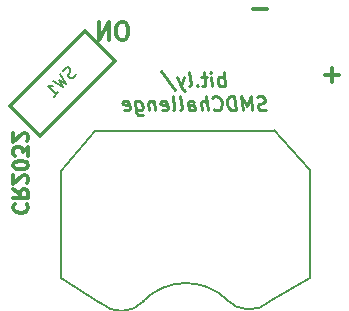
<source format=gbo>
G04 #@! TF.FileFunction,Legend,Bot*
%FSLAX46Y46*%
G04 Gerber Fmt 4.6, Leading zero omitted, Abs format (unit mm)*
G04 Created by KiCad (PCBNEW 4.0.7) date 09/05/18 21:08:50*
%MOMM*%
%LPD*%
G01*
G04 APERTURE LIST*
%ADD10C,0.100000*%
%ADD11C,0.300000*%
%ADD12C,0.250000*%
%ADD13C,0.150000*%
%ADD14C,0.304800*%
G04 APERTURE END LIST*
D10*
D11*
X215201428Y-78339143D02*
X214058571Y-78339143D01*
X221297428Y-83927143D02*
X220154571Y-83927143D01*
X220726000Y-84498571D02*
X220726000Y-83355714D01*
X203112572Y-79442571D02*
X202826858Y-79442571D01*
X202684000Y-79514000D01*
X202541143Y-79656857D01*
X202469715Y-79942571D01*
X202469715Y-80442571D01*
X202541143Y-80728286D01*
X202684000Y-80871143D01*
X202826858Y-80942571D01*
X203112572Y-80942571D01*
X203255429Y-80871143D01*
X203398286Y-80728286D01*
X203469715Y-80442571D01*
X203469715Y-79942571D01*
X203398286Y-79656857D01*
X203255429Y-79514000D01*
X203112572Y-79442571D01*
X201826857Y-80942571D02*
X201826857Y-79442571D01*
X200969714Y-80942571D01*
X200969714Y-79442571D01*
D12*
X211681286Y-84861857D02*
X211531286Y-83661857D01*
X211588429Y-84119000D02*
X211467000Y-84061857D01*
X211238429Y-84061857D01*
X211131286Y-84119000D01*
X211081286Y-84176143D01*
X211038429Y-84290429D01*
X211081286Y-84633286D01*
X211152714Y-84747571D01*
X211217000Y-84804714D01*
X211338429Y-84861857D01*
X211567000Y-84861857D01*
X211674143Y-84804714D01*
X210595572Y-84861857D02*
X210495572Y-84061857D01*
X210445572Y-83661857D02*
X210509858Y-83719000D01*
X210459858Y-83776143D01*
X210395572Y-83719000D01*
X210445572Y-83661857D01*
X210459858Y-83776143D01*
X210095571Y-84061857D02*
X209638428Y-84061857D01*
X209874143Y-83661857D02*
X210002715Y-84690429D01*
X209959857Y-84804714D01*
X209852714Y-84861857D01*
X209738428Y-84861857D01*
X209324143Y-84747571D02*
X209274143Y-84804714D01*
X209338429Y-84861857D01*
X209388429Y-84804714D01*
X209324143Y-84747571D01*
X209338429Y-84861857D01*
X208595571Y-84861857D02*
X208702714Y-84804714D01*
X208745572Y-84690429D01*
X208617000Y-83661857D01*
X208152714Y-84061857D02*
X207967000Y-84861857D01*
X207581286Y-84061857D02*
X207967000Y-84861857D01*
X208117000Y-85147571D01*
X208181286Y-85204714D01*
X208302714Y-85261857D01*
X206209857Y-83604714D02*
X207431285Y-85147571D01*
X215159856Y-86854714D02*
X214995570Y-86911857D01*
X214709856Y-86911857D01*
X214588427Y-86854714D01*
X214524141Y-86797571D01*
X214452713Y-86683286D01*
X214438427Y-86569000D01*
X214481284Y-86454714D01*
X214531284Y-86397571D01*
X214638428Y-86340429D01*
X214859856Y-86283286D01*
X214966999Y-86226143D01*
X215016999Y-86169000D01*
X215059856Y-86054714D01*
X215045571Y-85940429D01*
X214974142Y-85826143D01*
X214909856Y-85769000D01*
X214788427Y-85711857D01*
X214502713Y-85711857D01*
X214338427Y-85769000D01*
X213966999Y-86911857D02*
X213816999Y-85711857D01*
X213524142Y-86569000D01*
X213016999Y-85711857D01*
X213166999Y-86911857D01*
X212595570Y-86911857D02*
X212445570Y-85711857D01*
X212159855Y-85711857D01*
X211995570Y-85769000D01*
X211895570Y-85883286D01*
X211852712Y-85997571D01*
X211824141Y-86226143D01*
X211845569Y-86397571D01*
X211931284Y-86626143D01*
X212002713Y-86740429D01*
X212131284Y-86854714D01*
X212309855Y-86911857D01*
X212595570Y-86911857D01*
X210695569Y-86797571D02*
X210759855Y-86854714D01*
X210938427Y-86911857D01*
X211052713Y-86911857D01*
X211216998Y-86854714D01*
X211316999Y-86740429D01*
X211359856Y-86626143D01*
X211388427Y-86397571D01*
X211366999Y-86226143D01*
X211281284Y-85997571D01*
X211209856Y-85883286D01*
X211081284Y-85769000D01*
X210902713Y-85711857D01*
X210788427Y-85711857D01*
X210624141Y-85769000D01*
X210574141Y-85826143D01*
X210195570Y-86911857D02*
X210045570Y-85711857D01*
X209681284Y-86911857D02*
X209602713Y-86283286D01*
X209645570Y-86169000D01*
X209752713Y-86111857D01*
X209924141Y-86111857D01*
X210045570Y-86169000D01*
X210109856Y-86226143D01*
X208595570Y-86911857D02*
X208516999Y-86283286D01*
X208559856Y-86169000D01*
X208666999Y-86111857D01*
X208895570Y-86111857D01*
X209016999Y-86169000D01*
X208588427Y-86854714D02*
X208709856Y-86911857D01*
X208995570Y-86911857D01*
X209102713Y-86854714D01*
X209145571Y-86740429D01*
X209131285Y-86626143D01*
X209059856Y-86511857D01*
X208938427Y-86454714D01*
X208652713Y-86454714D01*
X208531284Y-86397571D01*
X207852713Y-86911857D02*
X207959856Y-86854714D01*
X208002714Y-86740429D01*
X207874142Y-85711857D01*
X207224142Y-86911857D02*
X207331285Y-86854714D01*
X207374143Y-86740429D01*
X207245571Y-85711857D01*
X206302714Y-86854714D02*
X206424143Y-86911857D01*
X206652714Y-86911857D01*
X206759857Y-86854714D01*
X206802715Y-86740429D01*
X206745572Y-86283286D01*
X206674143Y-86169000D01*
X206552714Y-86111857D01*
X206324143Y-86111857D01*
X206217000Y-86169000D01*
X206174143Y-86283286D01*
X206188428Y-86397571D01*
X206774143Y-86511857D01*
X205638429Y-86111857D02*
X205738429Y-86911857D01*
X205652715Y-86226143D02*
X205588429Y-86169000D01*
X205467000Y-86111857D01*
X205295572Y-86111857D01*
X205188429Y-86169000D01*
X205145572Y-86283286D01*
X205224143Y-86911857D01*
X204038429Y-86111857D02*
X204159858Y-87083286D01*
X204231286Y-87197571D01*
X204295572Y-87254714D01*
X204417000Y-87311857D01*
X204588429Y-87311857D01*
X204695572Y-87254714D01*
X204131286Y-86854714D02*
X204252715Y-86911857D01*
X204481286Y-86911857D01*
X204588429Y-86854714D01*
X204638429Y-86797571D01*
X204681287Y-86683286D01*
X204638430Y-86340429D01*
X204567001Y-86226143D01*
X204502715Y-86169000D01*
X204381286Y-86111857D01*
X204152715Y-86111857D01*
X204045572Y-86169000D01*
X203102715Y-86854714D02*
X203224144Y-86911857D01*
X203452715Y-86911857D01*
X203559858Y-86854714D01*
X203602716Y-86740429D01*
X203545573Y-86283286D01*
X203474144Y-86169000D01*
X203352715Y-86111857D01*
X203124144Y-86111857D01*
X203017001Y-86169000D01*
X202974144Y-86283286D01*
X202988429Y-86397571D01*
X203574144Y-86511857D01*
D11*
X193863571Y-94821047D02*
X193804048Y-94880571D01*
X193744524Y-95059142D01*
X193744524Y-95178190D01*
X193804048Y-95356762D01*
X193923095Y-95475809D01*
X194042143Y-95535333D01*
X194280238Y-95594857D01*
X194458810Y-95594857D01*
X194696905Y-95535333D01*
X194815952Y-95475809D01*
X194935000Y-95356762D01*
X194994524Y-95178190D01*
X194994524Y-95059142D01*
X194935000Y-94880571D01*
X194875476Y-94821047D01*
X193744524Y-93571047D02*
X194339762Y-93987714D01*
X193744524Y-94285333D02*
X194994524Y-94285333D01*
X194994524Y-93809142D01*
X194935000Y-93690095D01*
X194875476Y-93630571D01*
X194756429Y-93571047D01*
X194577857Y-93571047D01*
X194458810Y-93630571D01*
X194399286Y-93690095D01*
X194339762Y-93809142D01*
X194339762Y-94285333D01*
X194875476Y-93094857D02*
X194935000Y-93035333D01*
X194994524Y-92916285D01*
X194994524Y-92618666D01*
X194935000Y-92499619D01*
X194875476Y-92440095D01*
X194756429Y-92380571D01*
X194637381Y-92380571D01*
X194458810Y-92440095D01*
X193744524Y-93154381D01*
X193744524Y-92380571D01*
X194994524Y-91606762D02*
X194994524Y-91487714D01*
X194935000Y-91368666D01*
X194875476Y-91309143D01*
X194756429Y-91249619D01*
X194518333Y-91190095D01*
X194220714Y-91190095D01*
X193982619Y-91249619D01*
X193863571Y-91309143D01*
X193804048Y-91368666D01*
X193744524Y-91487714D01*
X193744524Y-91606762D01*
X193804048Y-91725809D01*
X193863571Y-91785333D01*
X193982619Y-91844857D01*
X194220714Y-91904381D01*
X194518333Y-91904381D01*
X194756429Y-91844857D01*
X194875476Y-91785333D01*
X194935000Y-91725809D01*
X194994524Y-91606762D01*
X194994524Y-90773429D02*
X194994524Y-89999619D01*
X194518333Y-90416286D01*
X194518333Y-90237714D01*
X194458810Y-90118667D01*
X194399286Y-90059143D01*
X194280238Y-89999619D01*
X193982619Y-89999619D01*
X193863571Y-90059143D01*
X193804048Y-90118667D01*
X193744524Y-90237714D01*
X193744524Y-90594857D01*
X193804048Y-90713905D01*
X193863571Y-90773429D01*
X194875476Y-89523429D02*
X194935000Y-89463905D01*
X194994524Y-89344857D01*
X194994524Y-89047238D01*
X194935000Y-88928191D01*
X194875476Y-88868667D01*
X194756429Y-88809143D01*
X194637381Y-88809143D01*
X194458810Y-88868667D01*
X193744524Y-89582953D01*
X193744524Y-88809143D01*
D13*
X215455500Y-103060500D02*
X218821000Y-101092000D01*
X201104500Y-103187500D02*
X197739000Y-101092000D01*
X215480900Y-103060500D02*
G75*
G02X211797900Y-102933500I-1778000J1905000D01*
G01*
X204774800Y-103060500D02*
G75*
G02X201091800Y-103187500I-1905000J1778000D01*
G01*
X204724000Y-103060500D02*
G75*
G02X211836000Y-102933500I3619500J-3492500D01*
G01*
X200660000Y-88646000D02*
X197739000Y-92011500D01*
X218821000Y-91948000D02*
X215836500Y-88582500D01*
X215900000Y-88646000D02*
X200660000Y-88646000D01*
X218821000Y-101092000D02*
X218821000Y-91948000D01*
X197739000Y-101092000D02*
X197739000Y-91948000D01*
D14*
X193463328Y-86543289D02*
X199827289Y-80179328D01*
X202372874Y-82724913D02*
X199827289Y-80179328D01*
X196008913Y-89088874D02*
X193463328Y-86543289D01*
X196008913Y-89088874D02*
X202372874Y-82724913D01*
D13*
X199005699Y-83836081D02*
X198938355Y-83970768D01*
X198769996Y-84139127D01*
X198668981Y-84172799D01*
X198601637Y-84172799D01*
X198500622Y-84139127D01*
X198433279Y-84071784D01*
X198399607Y-83970769D01*
X198399607Y-83903425D01*
X198433278Y-83802409D01*
X198534294Y-83634050D01*
X198567966Y-83533035D01*
X198567966Y-83465692D01*
X198534294Y-83364676D01*
X198466951Y-83297333D01*
X198365935Y-83263661D01*
X198298592Y-83263661D01*
X198197577Y-83297333D01*
X198029218Y-83465692D01*
X197961874Y-83600379D01*
X197692500Y-83802409D02*
X198231249Y-84677875D01*
X197591484Y-84307486D01*
X197961874Y-84947249D01*
X197086409Y-84408501D01*
X197153752Y-85755371D02*
X197557813Y-85351310D01*
X197355783Y-85553340D02*
X196648676Y-84846233D01*
X196817035Y-84879905D01*
X196951722Y-84879905D01*
X197052737Y-84846233D01*
M02*

</source>
